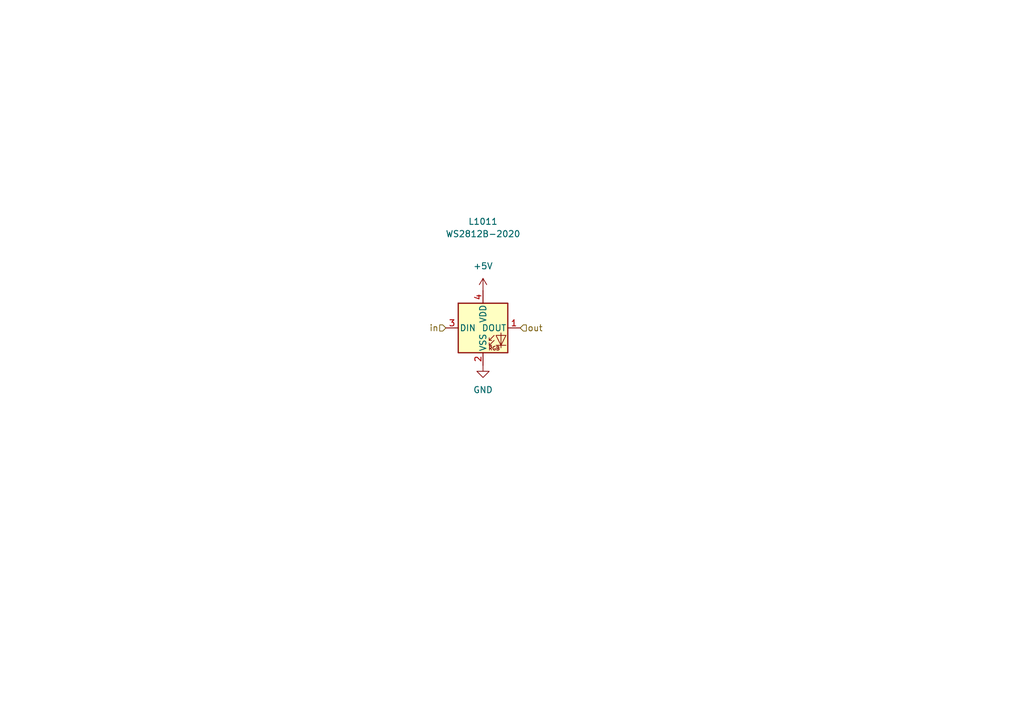
<source format=kicad_sch>
(kicad_sch (version 20250114) (generator "eeschema") (generator_version "9.0")
  (paper "A5")
  (lib_symbols
    (symbol "LED:WS2812B-2020" (pin_names (offset 0.254))
      (property "Reference" "D" (at 5.08 5.715 0))
      (property "Value" "WS2812B-2020" (at 1.27 -5.715 0))
      (symbol "WS2812B-2020_0_0"
        (text "RGB" (at 2.286 -4.191 0) (effects (font (size 0.762 0.762))))
      )
      (symbol "WS2812B-2020_0_1"
        (polyline (pts (xy 1.27 -2.54) (xy 1.778 -2.54)))
        (polyline (pts (xy 1.27 -3.556) (xy 1.778 -3.556)))
        (polyline (pts (xy 2.286 -1.524) (xy 1.27 -2.54) (xy 1.27 -2.032)))
        (polyline (pts (xy 2.286 -2.54) (xy 1.27 -3.556) (xy 1.27 -3.048)))
        (polyline (pts (xy 3.683 -1.016) (xy 3.683 -3.556) (xy 3.683 -4.064)))
        (polyline (pts (xy 4.699 -1.524) (xy 2.667 -1.524) (xy 3.683 -3.556) (xy 4.699 -1.524)))
        (polyline (pts (xy 4.699 -3.556) (xy 2.667 -3.556)))
        (rectangle (start 5.08 5.08) (end -5.08 -5.08) (stroke (width 0.254)) (fill (type background)))
      )
      (symbol "WS2812B-2020_1_1"
        (pin input line (at -7.62 0 0) (length 2.54) (name "DIN") (number "3"))
        (pin power_in line (at 0 7.62 270) (length 2.54) (name "VDD") (number "4"))
        (pin power_in line (at 0 -7.62 90) (length 2.54) (name "VSS") (number "2"))
        (pin output line (at 7.62 0 180) (length 2.54) (name "DOUT") (number "1"))
      )
    )
    (symbol "power:+5V" (power) (pin_numbers (hide yes)) (pin_names (offset 0) (hide yes))
      (property "Value" "+5V" (at 0 3.556 0))
      (symbol "+5V_0_1"
        (polyline (pts (xy -0.762 1.27) (xy 0 2.54)))
        (polyline (pts (xy 0 2.54) (xy 0.762 1.27)))
        (polyline (pts (xy 0 0) (xy 0 2.54)))
      )
      (symbol "+5V_1_1"
        (pin power_in line (at 0 0 90) (length 0) (name "~") (number "1"))
      )
    )
    (symbol "power:GND" (power) (pin_numbers (hide yes)) (pin_names (offset 0) (hide yes))
      (property "Value" "GND" (at 0 -3.81 0))
      (symbol "GND_0_1"
        (polyline (pts (xy 0 0) (xy 0 -1.27) (xy 1.27 -1.27) (xy 0 -2.54) (xy -1.27 -1.27) (xy 0 -1.27)))
      )
      (symbol "GND_1_1"
        (pin power_in line (at 0 0 270) (length 0) (name "~") (number "1"))
      )
    )
  )
  (hierarchical_label "in" (shape input) (at 91.44 67.31 180))
  (hierarchical_label "out" (shape input) (at 106.68 67.31 0))
  (symbol (lib_id "power:+5V") (at 99.06 59.69 0) (unit 1)
    (property "Reference" "#PWR08" (effects (hide yes)))
    (property "Value" "+5V" (at 99.06 54.61 0))
    (property "Description" "Power symbol creates a global label with name \"+5V\"" (effects (hide yes)))
    (instances (project "pyramid-of-brightness" (path "" (reference "#PWR047") (unit 1)) (path "" (reference "#PWR048") (unit 1)) (path "" (reference "#PWR018") (unit 1)) (path "" (reference "#PWR024") (unit 1)) (path "" (reference "#PWR014") (unit 1)) (path "" (reference "#PWR016") (unit 1)) (path "" (reference "#PWR050") (unit 1)) (path "" (reference "#PWR06") (unit 1)) (path "" (reference "#PWR049") (unit 1)) (path "" (reference "#PWR020") (unit 1)) (path "" (reference "#PWR012") (unit 1)) (path "" (reference "#PWR021") (unit 1)) (path "" (reference "#PWR08") (unit 1)) (path "" (reference "#PWR010") (unit 1))))
  )
  (symbol (lib_id "LED:WS2812B-2020") (at 99.06 67.31 0) (unit 1)
    (property "Reference" "L1002" (at 99.06 45.466 0))
    (property "Value" "WS2812B-2020" (at 99.06 48.006 0))
    (property "Footprint" "LED_SMD:LED_WS2812B-2020_PLCC4_2.0x2.0mm" (effects (hide yes)))
    (property "Datasheet" "https://cdn-shop.adafruit.com/product-files/4684/4684_WS2812B-2020_V1.3_EN.pdf" (effects (hide yes)))
    (property "Description" "RGB LED with integrated controller, 2.0 x 2.0 mm, 12 mA" (effects (hide yes)))
    (instances (project "pyramid-of-brightness" (path "" (reference "L1011") (unit 1)) (path "" (reference "L1012") (unit 1)) (path "" (reference "L1007") (unit 1)) (path "" (reference "L1010") (unit 1)) (path "" (reference "L1005") (unit 1)) (path "" (reference "L1006") (unit 1)) (path "" (reference "L1014") (unit 1)) (path "" (reference "L1001") (unit 1)) (path "" (reference "L1013") (unit 1)) (path "" (reference "L1008") (unit 1)) (path "" (reference "L1004") (unit 1)) (path "" (reference "L1009") (unit 1)) (path "" (reference "L1002") (unit 1)) (path "" (reference "L1003") (unit 1))))
  )
  (symbol (lib_id "power:GND") (at 99.06 74.93 0) (unit 1)
    (property "Reference" "#PWR09" (effects (hide yes)))
    (property "Value" "GND" (at 99.06 80.01 0))
    (property "Description" "Power symbol creates a global label with name \"GND\" , ground" (effects (hide yes)))
    (instances (project "pyramid-of-brightness" (path "" (reference "#PWR054") (unit 1)) (path "" (reference "#PWR055") (unit 1)) (path "" (reference "#PWR019") (unit 1)) (path "" (reference "#PWR053") (unit 1)) (path "" (reference "#PWR015") (unit 1)) (path "" (reference "#PWR017") (unit 1)) (path "" (reference "#PWR057") (unit 1)) (path "" (reference "#PWR07") (unit 1)) (path "" (reference "#PWR056") (unit 1)) (path "" (reference "#PWR051") (unit 1)) (path "" (reference "#PWR013") (unit 1)) (path "" (reference "#PWR052") (unit 1)) (path "" (reference "#PWR09") (unit 1)) (path "" (reference "#PWR011") (unit 1))))
  )
)
</source>
